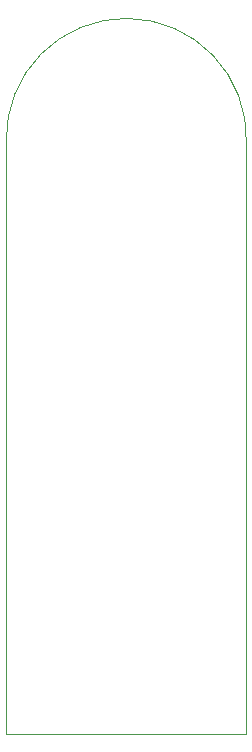
<source format=gbr>
G04 #@! TF.GenerationSoftware,KiCad,Pcbnew,(5.1.9)-1*
G04 #@! TF.CreationDate,2021-03-01T14:11:43+01:00*
G04 #@! TF.ProjectId,button - AAA,62757474-6f6e-4202-9d20-4141412e6b69,rev?*
G04 #@! TF.SameCoordinates,Original*
G04 #@! TF.FileFunction,Profile,NP*
%FSLAX46Y46*%
G04 Gerber Fmt 4.6, Leading zero omitted, Abs format (unit mm)*
G04 Created by KiCad (PCBNEW (5.1.9)-1) date 2021-03-01 14:11:43*
%MOMM*%
%LPD*%
G01*
G04 APERTURE LIST*
G04 #@! TA.AperFunction,Profile*
%ADD10C,0.050000*%
G04 #@! TD*
G04 APERTURE END LIST*
D10*
X116800000Y-63280000D02*
G75*
G02*
X137123076Y-63459022I10163882J176578D01*
G01*
X137121900Y-113512600D02*
X116801900Y-113512600D01*
X116800000Y-63280000D02*
X116801900Y-113512600D01*
X137123076Y-63459022D02*
X137121900Y-113512600D01*
M02*

</source>
